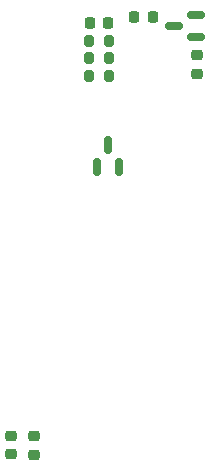
<source format=gbr>
%TF.GenerationSoftware,KiCad,Pcbnew,8.0.0*%
%TF.CreationDate,2024-05-24T13:22:15-04:00*%
%TF.ProjectId,MPPT Charge Controller,4d505054-2043-4686-9172-676520436f6e,0.1*%
%TF.SameCoordinates,Original*%
%TF.FileFunction,Paste,Bot*%
%TF.FilePolarity,Positive*%
%FSLAX46Y46*%
G04 Gerber Fmt 4.6, Leading zero omitted, Abs format (unit mm)*
G04 Created by KiCad (PCBNEW 8.0.0) date 2024-05-24 13:22:15*
%MOMM*%
%LPD*%
G01*
G04 APERTURE LIST*
G04 Aperture macros list*
%AMRoundRect*
0 Rectangle with rounded corners*
0 $1 Rounding radius*
0 $2 $3 $4 $5 $6 $7 $8 $9 X,Y pos of 4 corners*
0 Add a 4 corners polygon primitive as box body*
4,1,4,$2,$3,$4,$5,$6,$7,$8,$9,$2,$3,0*
0 Add four circle primitives for the rounded corners*
1,1,$1+$1,$2,$3*
1,1,$1+$1,$4,$5*
1,1,$1+$1,$6,$7*
1,1,$1+$1,$8,$9*
0 Add four rect primitives between the rounded corners*
20,1,$1+$1,$2,$3,$4,$5,0*
20,1,$1+$1,$4,$5,$6,$7,0*
20,1,$1+$1,$6,$7,$8,$9,0*
20,1,$1+$1,$8,$9,$2,$3,0*%
G04 Aperture macros list end*
%ADD10RoundRect,0.225000X-0.250000X0.225000X-0.250000X-0.225000X0.250000X-0.225000X0.250000X0.225000X0*%
%ADD11RoundRect,0.200000X-0.200000X-0.275000X0.200000X-0.275000X0.200000X0.275000X-0.200000X0.275000X0*%
%ADD12RoundRect,0.218750X-0.256250X0.218750X-0.256250X-0.218750X0.256250X-0.218750X0.256250X0.218750X0*%
%ADD13RoundRect,0.225000X0.225000X0.250000X-0.225000X0.250000X-0.225000X-0.250000X0.225000X-0.250000X0*%
%ADD14RoundRect,0.150000X0.150000X-0.587500X0.150000X0.587500X-0.150000X0.587500X-0.150000X-0.587500X0*%
%ADD15RoundRect,0.200000X0.200000X0.275000X-0.200000X0.275000X-0.200000X-0.275000X0.200000X-0.275000X0*%
%ADD16RoundRect,0.150000X0.587500X0.150000X-0.587500X0.150000X-0.587500X-0.150000X0.587500X-0.150000X0*%
G04 APERTURE END LIST*
D10*
%TO.C,C4*%
X112000000Y-99475000D03*
X112000000Y-101025000D03*
%TD*%
D11*
%TO.C,R6*%
X102925000Y-98250000D03*
X104575000Y-98250000D03*
%TD*%
D12*
%TO.C,D4*%
X96250000Y-131675000D03*
X96250000Y-133250000D03*
%TD*%
D11*
%TO.C,R9*%
X102925000Y-99750000D03*
X104575000Y-99750000D03*
%TD*%
D13*
%TO.C,C5*%
X106725000Y-96250000D03*
X108275000Y-96250000D03*
%TD*%
D12*
%TO.C,D3*%
X98250000Y-131712500D03*
X98250000Y-133287500D03*
%TD*%
D14*
%TO.C,Q3*%
X105450000Y-108937500D03*
X103550000Y-108937500D03*
X104500000Y-107062500D03*
%TD*%
D15*
%TO.C,R10*%
X104575000Y-101250000D03*
X102925000Y-101250000D03*
%TD*%
D13*
%TO.C,C2*%
X104525000Y-96750000D03*
X102975000Y-96750000D03*
%TD*%
D16*
%TO.C,D2*%
X110062500Y-97000000D03*
X111937500Y-97950000D03*
X111937500Y-96050000D03*
%TD*%
M02*

</source>
